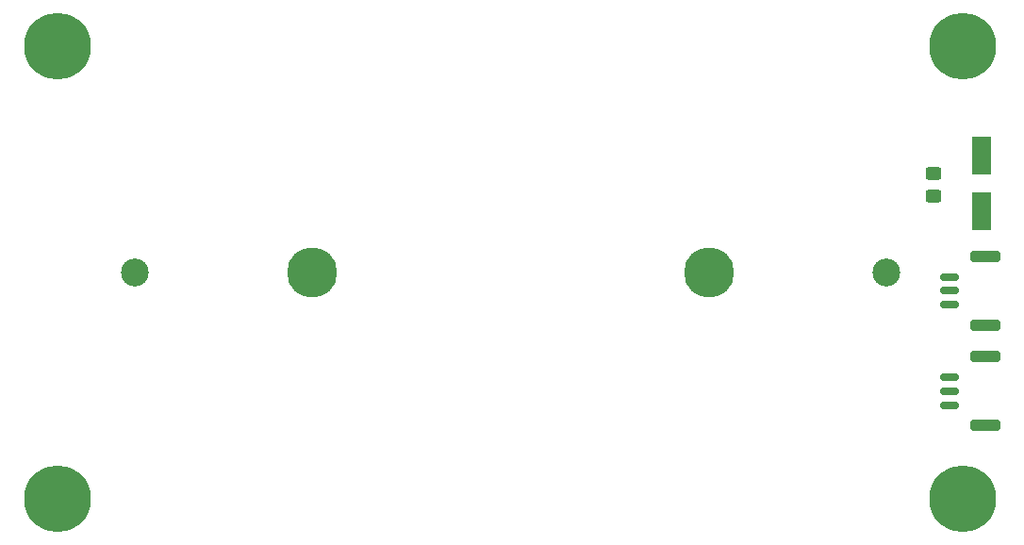
<source format=gbr>
%TF.GenerationSoftware,KiCad,Pcbnew,6.0.4-6f826c9f35~116~ubuntu20.04.1*%
%TF.CreationDate,2022-07-18T09:06:11+00:00*%
%TF.ProjectId,UST1BATTD01A,55535431-4241-4545-9444-3031412e6b69,rev?*%
%TF.SameCoordinates,PX463f660PY87a6900*%
%TF.FileFunction,Copper,L2,Bot*%
%TF.FilePolarity,Positive*%
%FSLAX46Y46*%
G04 Gerber Fmt 4.6, Leading zero omitted, Abs format (unit mm)*
G04 Created by KiCad (PCBNEW 6.0.4-6f826c9f35~116~ubuntu20.04.1) date 2022-07-18 09:06:11*
%MOMM*%
%LPD*%
G01*
G04 APERTURE LIST*
G04 Aperture macros list*
%AMRoundRect*
0 Rectangle with rounded corners*
0 $1 Rounding radius*
0 $2 $3 $4 $5 $6 $7 $8 $9 X,Y pos of 4 corners*
0 Add a 4 corners polygon primitive as box body*
4,1,4,$2,$3,$4,$5,$6,$7,$8,$9,$2,$3,0*
0 Add four circle primitives for the rounded corners*
1,1,$1+$1,$2,$3*
1,1,$1+$1,$4,$5*
1,1,$1+$1,$6,$7*
1,1,$1+$1,$8,$9*
0 Add four rect primitives between the rounded corners*
20,1,$1+$1,$2,$3,$4,$5,0*
20,1,$1+$1,$4,$5,$6,$7,0*
20,1,$1+$1,$6,$7,$8,$9,0*
20,1,$1+$1,$8,$9,$2,$3,0*%
G04 Aperture macros list end*
%TA.AperFunction,ComponentPad*%
%ADD10C,6.000000*%
%TD*%
%TA.AperFunction,WasherPad*%
%ADD11C,4.500000*%
%TD*%
%TA.AperFunction,ComponentPad*%
%ADD12C,2.500000*%
%TD*%
%TA.AperFunction,SMDPad,CuDef*%
%ADD13RoundRect,0.150000X-0.700000X0.150000X-0.700000X-0.150000X0.700000X-0.150000X0.700000X0.150000X0*%
%TD*%
%TA.AperFunction,SMDPad,CuDef*%
%ADD14RoundRect,0.250000X-1.100000X0.250000X-1.100000X-0.250000X1.100000X-0.250000X1.100000X0.250000X0*%
%TD*%
%TA.AperFunction,SMDPad,CuDef*%
%ADD15RoundRect,0.250000X-0.450000X0.325000X-0.450000X-0.325000X0.450000X-0.325000X0.450000X0.325000X0*%
%TD*%
%TA.AperFunction,SMDPad,CuDef*%
%ADD16R,1.800000X3.500000*%
%TD*%
G04 APERTURE END LIST*
D10*
%TO.P,M3,1*%
%TO.N,GND*%
X86360000Y45720000D03*
%TD*%
D11*
%TO.P,BT1,*%
%TO.N,*%
X63520000Y25400000D03*
X27920000Y25400000D03*
D12*
%TO.P,BT1,1,+*%
%TO.N,Net-(BT1-Pad1)*%
X79470000Y25400000D03*
%TO.P,BT1,2,-*%
%TO.N,GND*%
X11970000Y25400000D03*
%TD*%
D10*
%TO.P,M4,1*%
%TO.N,GND*%
X86360000Y5080000D03*
%TD*%
%TO.P,M2,1*%
%TO.N,GND*%
X5080000Y5080000D03*
%TD*%
%TO.P,M1,1*%
%TO.N,GND*%
X5080000Y45720000D03*
%TD*%
D13*
%TO.P,J3,1*%
%TO.N,GND*%
X85150000Y24999000D03*
%TO.P,J3,2*%
%TO.N,Net-(D1-Pad1)*%
X85150000Y23749000D03*
%TO.P,J3,3*%
%TO.N,GND*%
X85150000Y22499000D03*
D14*
%TO.P,J3,MP*%
X88350000Y26849000D03*
X88350000Y20649000D03*
%TD*%
D13*
%TO.P,J2,1*%
%TO.N,GND*%
X85150000Y15982000D03*
%TO.P,J2,2*%
%TO.N,Net-(D1-Pad1)*%
X85150000Y14732000D03*
%TO.P,J2,3*%
%TO.N,GND*%
X85150000Y13482000D03*
D14*
%TO.P,J2,MP*%
X88350000Y11632000D03*
X88350000Y17832000D03*
%TD*%
D15*
%TO.P,F1,1*%
%TO.N,Net-(D1-Pad2)*%
X83693000Y34299000D03*
%TO.P,F1,2*%
%TO.N,Net-(BT1-Pad1)*%
X83693000Y32249000D03*
%TD*%
D16*
%TO.P,D1,1,K*%
%TO.N,Net-(D1-Pad1)*%
X88011000Y30901000D03*
%TO.P,D1,2,A*%
%TO.N,Net-(D1-Pad2)*%
X88011000Y35901000D03*
%TD*%
M02*

</source>
